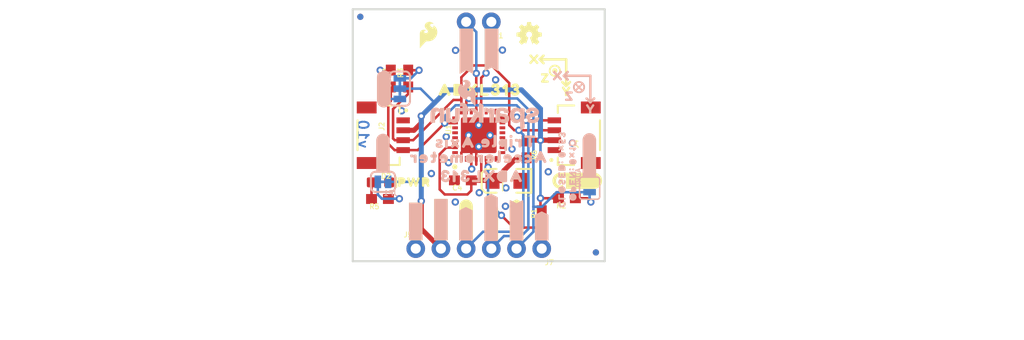
<source format=kicad_pcb>
(kicad_pcb (version 20211014) (generator pcbnew)
  (layers (0 "F.Cu" signal) (31 "B.Cu" signal) (34 "B.Paste" user) (35 "F.Paste" user) (36 "B.SilkS" user "B.Silkscreen") (37 "F.SilkS" user "F.Silkscreen") (38 "B.Mask" user) (39 "F.Mask" user) (44 "Edge.Cuts" user))
  (net 0 "")
  (net 1 "3.3V")
  (net 2 "GND")
  (net 3 "SCL")
  (net 4 "SDA")
  (net 5 "INT2")
  (net 6 "INT1")
  (net 7 "N$1")
  (net 8 "N$2")
  (net 9 "~{CS}")
  (net 10 "SDO/ADR")
  (net 11 "N$6")
  (net 12 "N$8")
  (net 13 "N$3")
  (footprint "boardEagle:#SDA#0" (layer "F.Cu") (at 147.2311 115.9256 90)
    (fp_text reference "U$9" hide)
    (fp_text value "" hide)
  )
  (footprint "boardEagle:0603" (layer "F.Cu") (at 141.3891 99.2886 90)
    (fp_text reference "R3" (at 0 -0.762 90) (layer "F.SilkS") (effects (font (size 0.512064 0.512064) (thickness 0.097536)) (justify left)))
    (fp_text value "4.7k")
    (pad "1" smd rect (at -0.85 0 90) (size 1.1 1) (layers "F.Cu" "F.Paste" "F.Mask") (net 4 "SDA"))
    (pad "2" smd rect (at 0.85 0 90) (size 1.1 1) (layers "F.Cu" "F.Paste" "F.Mask") (net 7 "N$1"))
  )
  (footprint "boardEagle:JST04_1MM_RA" (layer "F.Cu") (at 140.8811 105.0036 -90)
    (fp_text reference "J2" (at -1.397 2.159 90) (layer "F.SilkS") (effects (font (size 0.512064 0.512064) (thickness 0.097536)) (justify right)))
    (fp_text value "QWIIC_RA")
    (pad "1" smd rect (at -1.5 0 270) (size 0.6 1.35) (layers "F.Cu" "F.Paste" "F.Mask") (net 2 "GND"))
    (pad "2" smd rect (at -0.5 0 270) (size 0.6 1.35) (layers "F.Cu" "F.Paste" "F.Mask") (net 1 "3.3V"))
    (pad "3" smd rect (at 0.5 0 270) (size 0.6 1.35) (layers "F.Cu" "F.Paste" "F.Mask") (net 4 "SDA"))
    (pad "4" smd rect (at 1.5 0 270) (size 0.6 1.35) (layers "F.Cu" "F.Paste" "F.Mask") (net 3 "SCL"))
    (pad "NC1" smd rect (at 2.8 3.675 270) (size 1.2 2) (layers "F.Cu" "F.Paste" "F.Mask"))
    (pad "NC2" smd rect (at -2.8 3.675 270) (size 1.2 2) (layers "F.Cu" "F.Paste" "F.Mask"))
  )
  (footprint "boardEagle:STAND-OFF" (layer "F.Cu") (at 158.6611 115.1636)
    (fp_text reference "JP9" hide)
    (fp_text value "STAND-OFF" hide)
    (pad "" np_thru_hole circle (at 0 0) (size 3.302 3.302) (drill 3.302) (layers *.Cu *.Mask))
  )
  (footprint "boardEagle:PWR0" (layer "F.Cu") (at 141.9987 109.728)
    (fp_text reference "U$25" hide)
    (fp_text value "" hide)
  )
  (footprint "boardEagle:#ADR#0" (layer "F.Cu") (at 152.3111 115.951 90)
    (fp_text reference "U$28" hide)
    (fp_text value "" hide)
  )
  (footprint "boardEagle:QWIIC_5MM" (layer "F.Cu") (at 158.4071 109.5756)
    (fp_text reference "LOGO4" hide)
    (fp_text value "QWIIC_LOGO_5MM" hide)
  )
  (footprint "boardEagle:LED-0603" (layer "F.Cu") (at 138.5951 109.7534)
    (fp_text reference "D2" (at 0 -0.635) (layer "F.SilkS") (effects (font (size 0.512064 0.512064) (thickness 0.097536)) (justify left)))
    (fp_text value "RED")
    (pad "A" smd roundrect (at -0.877 0 270) (size 1 1) (layers "F.Cu" "F.Paste" "F.Mask") (roundrect_rratio 0.15) (net 11 "N$6"))
    (pad "C" smd roundrect (at 0.877 0 270) (size 1 1) (layers "F.Cu" "F.Paste" "F.Mask") (roundrect_rratio 0.15) (net 2 "GND"))
  )
  (footprint "boardEagle:0603" (layer "F.Cu") (at 146.9009 109.5502 180)
    (fp_text reference "C4" (at 0 -0.762) (layer "F.SilkS") (effects (font (size 0.512064 0.512064) (thickness 0.097536)) (justify right)))
    (fp_text value "0.1uF")
    (pad "1" smd rect (at -0.85 0 180) (size 1.1 1) (layers "F.Cu" "F.Paste" "F.Mask") (net 13 "N$3"))
    (pad "2" smd rect (at 0.85 0 180) (size 1.1 1) (layers "F.Cu" "F.Paste" "F.Mask") (net 2 "GND"))
  )
  (footprint "boardEagle:LFCSP" (layer "F.Cu") (at 148.5011 105.0036 90)
    (fp_text reference "U1" (at 0 -3.048 90) (layer "F.SilkS") (effects (font (size 0.512064 0.512064) (thickness 0.097536)) (justify left)))
    (fp_text value "ADXL313")
    (pad "1" smd rect (at -2.385121 -1.75) (size 0.3 0.57) (layers "F.Cu" "F.Mask") (net 2 "GND"))
    (pad "2" smd rect (at -2.385121 -1.25) (size 0.3 0.57) (layers "F.Cu" "F.Mask"))
    (pad "3" smd rect (at -2.385121 -0.75) (size 0.3 0.57) (layers "F.Cu" "F.Mask") (net 2 "GND"))
    (pad "4" smd rect (at -2.385121 -0.25) (size 0.3 0.57) (layers "F.Cu" "F.Mask") (net 2 "GND"))
    (pad "5" smd rect (at -2.385121 0.25) (size 0.3 0.57) (layers "F.Cu" "F.Mask") (net 13 "N$3"))
    (pad "6" smd rect (at -2.385121 0.75) (size 0.3 0.57) (layers "F.Cu" "F.Mask") (net 9 "~{CS}"))
    (pad "7" smd rect (at -2.385121 1.25) (size 0.3 0.57) (layers "F.Cu" "F.Mask"))
    (pad "8" smd rect (at -2.385121 1.75) (size 0.3 0.57) (layers "F.Cu" "F.Mask"))
    (pad "9" smd rect (at -1.75 2.385118 90) (size 0.3 0.57) (layers "F.Cu" "F.Mask"))
    (pad "10" smd rect (at -1.25 2.385118 270) (size 0.3 0.57) (layers "F.Cu" "F.Mask"))
    (pad "11" smd rect (at -0.75 2.385118 270) (size 0.3 0.57) (layers "F.Cu" "F.Mask"))
    (pad "12" smd rect (at -0.25 2.385118 270) (size 0.3 0.57) (layers "F.Cu" "F.Mask"))
    (pad "13" smd rect (at 0.25 2.385118 270) (size 0.3 0.57) (layers "F.Cu" "F.Mask"))
    (pad "14" smd rect (at 0.75 2.385118 90) (size 0.3 0.57) (layers "F.Cu" "F.Mask"))
    (pad "15" smd rect (at 1.25 2.385118 90) (size 0.3 0.57) (layers "F.Cu" "F.Mask"))
    (pad "16" smd rect (at 1.75 2.385118 90) (size 0.3 0.57) (layers "F.Cu" "F.Mask"))
    (pad "17" smd rect (at 2.385121 1.75) (size 0.3 0.57) (layers "F.Cu" "F.Mask"))
    (pad "18" smd rect (at 2.385121 1.25) (size 0.3 0.57) (layers "F.Cu" "F.Mask"))
    (pad "19" smd rect (at 2.385121 0.75) (size 0.3 0.57) (layers "F.Cu" "F.Mask"))
    (pad "20" smd rect (at 2.385121 0.25) (size 0.3 0.57) (layers "F.Cu" "F.Mask") (net 6 "INT1"))
    (pad "21" smd rect (at 2.385121 -0.25) (size 0.3 0.57) (layers "F.Cu" "F.Mask") (net 5 "INT2"))
    (pad "22" smd rect (at 2.385121 -0.75) (size 0.3 0.57) (layers "F.Cu" "F.Mask"))
    (pad "23" smd rect (at 2.385121 -1.25) (size 0.3 0.57) (layers "F.Cu" "F.Mask") (net 10 "SDO/ADR"))
    (pad "24" smd rect (at 2.385121 -1.75) (size 0.3 0.57) (layers "F.Cu" "F.Mask") (net 4 "SDA"))
    (pad "25" smd rect (at 1.75 -2.385118 270) (size 0.3 0.57) (layers "F.Cu" "F.Mask"))
    (pad "26" smd rect (at 1.25 -2.385118 270) (size 0.3 0.57) (layers "F.Cu" "F.Mask") (net 3 "SCL"))
    (pad "27" smd rect (at 0.75 -2.385118 270) (size 0.3 0.57) (layers "F.Cu" "F.Mask"))
    (pad "28" smd rect (at 0.25 -2.385118 270) (size 0.3 0.57) (layers "F.Cu" "F.Mask"))
    (pad "29" smd rect (at -0.25 -2.385118 270) (size 0.3 0.57) (layers "F.Cu" "F.Mask"))
    (pad "30" smd rect (at -0.75 -2.385118 270) (size 0.3 0.57) (layers "F.Cu" "F.Mask"))
    (pad "31" smd rect (at -1.25 -2.385118 270) (size 0.3 0.57) (layers "F.Cu" "F.Mask") (net 13 "N$3"))
    (pad "32" smd rect (at -1.75 -2.385118 270) (size 0.3 0.57) (layers "F.Cu" "F.Mask"))
    (pad "EPAD" smd roundrect (at 0 0 90) (size 3.6 3.6) (layers "F.Cu" "F.Mask") (roundrect_rratio 0.05) (net 2 "GND"))
  )
  (footprint "boardEagle:MICRO-FIDUCIAL" (layer "F.Cu") (at 160.3121 116.8146)
    (fp_text reference "JP2" hide)
    (fp_text value "FIDUCIALUFIDUCIAL" hide)
    (pad "1" smd roundrect (at 0 0) (size 0.635 0.635) (layers "F.Cu" "F.Mask") (roundrect_rratio 0.5))
  )
  (footprint "boardEagle:0603" (layer "F.Cu") (at 154.8511 113.4618 90)
    (fp_text reference "R1" (at 0 -0.762 90) (layer "F.SilkS") (effects (font (size 0.512064 0.512064) (thickness 0.097536)) (justify left)))
    (fp_text value "10k")
    (pad "1" smd rect (at -0.85 0 90) (size 1.1 1) (layers "F.Cu" "F.Paste" "F.Mask") (net 9 "~{CS}"))
    (pad "2" smd rect (at 0.85 0 90) (size 1.1 1) (layers "F.Cu" "F.Paste" "F.Mask") (net 1 "3.3V"))
  )
  (footprint "boardEagle:Y0" (layer "F.Cu") (at 157.3911 100.584)
    (fp_text reference "U$29" hide)
    (fp_text value "" hide)
  )
  (footprint "boardEagle:0603" (layer "F.Cu") (at 138.5443 111.4298 180)
    (fp_text reference "R5" (at 0 -0.762) (layer "F.SilkS") (effects (font (size 0.512064 0.512064) (thickness 0.097536)) (justify right)))
    (fp_text value "1k")
    (pad "1" smd rect (at -0.85 0 180) (size 1.1 1) (layers "F.Cu" "F.Paste" "F.Mask") (net 12 "N$8"))
    (pad "2" smd rect (at 0.85 0 180) (size 1.1 1) (layers "F.Cu" "F.Paste" "F.Mask") (net 11 "N$6"))
  )
  (footprint "boardEagle:OSHW-LOGO-MINI" (layer "F.Cu") (at 153.5811 94.8436)
    (fp_text reference "LOGO1" hide)
    (fp_text value "OSHW-LOGOMINI" hide)
  )
  (footprint "boardEagle:#SCL#0" (layer "F.Cu") (at 149.7711 115.9256 90)
    (fp_text reference "U$11" hide)
    (fp_text value "" hide)
  )
  (footprint "boardEagle:SFE_LOGO_FLAME_.1" (layer "F.Cu") (at 143.4211 94.8436)
    (fp_text reference "LOGO3" hide)
    (fp_text value "SFE_LOGO_FLAME.1_INCH" hide)
  )
  (footprint "boardEagle:STAND-OFF" (layer "F.Cu") (at 158.6611 94.8436)
    (fp_text reference "JP4" hide)
    (fp_text value "STAND-OFF" hide)
    (pad "" np_thru_hole circle (at 0 0) (size 3.302 3.302) (drill 3.302) (layers *.Cu *.Mask))
  )
  (footprint "boardEagle:X0" (layer "F.Cu") (at 154.1399 97.3582)
    (fp_text reference "U$21" hide)
    (fp_text value "" hide)
  )
  (footprint "boardEagle:JST04_1MM_RA" (layer "F.Cu") (at 156.1211 105.0036 90)
    (fp_text reference "J4" (at -1.397 2.159 90) (layer "F.SilkS") (effects (font (size 0.512064 0.512064) (thickness 0.097536)) (justify left)))
    (fp_text value "QWIIC_RA")
    (pad "1" smd rect (at -1.5 0 90) (size 0.6 1.35) (layers "F.Cu" "F.Paste" "F.Mask") (net 2 "GND"))
    (pad "2" smd rect (at -0.5 0 90) (size 0.6 1.35) (layers "F.Cu" "F.Paste" "F.Mask") (net 1 "3.3V"))
    (pad "3" smd rect (at 0.5 0 90) (size 0.6 1.35) (layers "F.Cu" "F.Paste" "F.Mask") (net 4 "SDA"))
    (pad "4" smd rect (at 1.5 0 90) (size 0.6 1.35) (layers "F.Cu" "F.Paste" "F.Mask") (net 3 "SCL"))
    (pad "NC1" smd rect (at 2.8 3.675 90) (size 1.2 2) (layers "F.Cu" "F.Paste" "F.Mask"))
    (pad "NC2" smd rect (at -2.8 3.675 90) (size 1.2 2) (layers "F.Cu" "F.Paste" "F.Mask"))
  )
  (footprint "boardEagle:1X04_NO_SILK" (layer "F.Cu") (at 142.1511 116.4336)
    (fp_text reference "J5" (at -1.27 -1.397) (layer "F.SilkS") (effects (font (size 0.512064 0.512064) (thickness 0.097536)) (justify left)))
    (fp_text value "")
    (pad "1" thru_hole circle (at 0 0 90) (size 1.8796 1.8796) (drill 1.016) (layers *.Cu *.Mask) (net 2 "GND"))
    (pad "2" thru_hole circle (at 2.54 0 90) (size 1.8796 1.8796) (drill 1.016) (layers *.Cu *.Mask) (net 1 "3.3V"))
    (pad "3" thru_hole circle (at 5.08 0 90) (size 1.8796 1.8796) (drill 1.016) (layers *.Cu *.Mask) (net 4 "SDA"))
    (pad "4" thru_hole circle (at 7.62 0 90) (size 1.8796 1.8796) (drill 1.016) (layers *.Cu *.Mask) (net 3 "SCL"))
  )
  (footprint "boardEagle:#GND#0" (layer "F.Cu") (at 142.1511 115.9256 90)
    (fp_text reference "U$5" hide)
    (fp_text value "" hide)
  )
  (footprint "boardEagle:0603" (layer "F.Cu") (at 139.6365 99.2886 90)
    (fp_text reference "R4" (at 0 -0.762 90) (layer "F.SilkS") (effects (font (size 0.512064 0.512064) (thickness 0.097536)) (justify left)))
    (fp_text value "4.7k")
    (pad "1" smd rect (at -0.85 0 90) (size 1.1 1) (layers "F.Cu" "F.Paste" "F.Mask") (net 3 "SCL"))
    (pad "2" smd rect (at 0.85 0 90) (size 1.1 1) (layers "F.Cu" "F.Paste" "F.Mask") (net 8 "N$2"))
  )
  (footprint "boardEagle:#3#3V#0" (layer "F.Cu") (at 144.6911 115.9256 90)
    (fp_text reference "U$7" hide)
    (fp_text value "" hide)
  )
  (footprint "boardEagle:Z0" (layer "F.Cu") (at 155.2321 99.2378)
    (fp_text reference "U$32" hide)
    (fp_text value "" hide)
  )
  (footprint "boardEagle:MICRO-FIDUCIAL" (layer "F.Cu") (at 136.5631 93.0656)
    (fp_text reference "JP6" hide)
    (fp_text value "FIDUCIALUFIDUCIAL" hide)
    (pad "1" smd roundrect (at 0 0) (size 0.635 0.635) (layers "F.Cu" "F.Mask") (roundrect_rratio 0.5))
  )
  (footprint "boardEagle:STAND-OFF" (layer "F.Cu") (at 138.3411 94.8436)
    (fp_text reference "JP3" hide)
    (fp_text value "STAND-OFF" hide)
    (pad "" np_thru_hole circle (at 0 0) (size 3.302 3.302) (drill 3.302) (layers *.Cu *.Mask))
  )
  (footprint "boardEagle:CREATIVE_COMMONS" (layer "F.Cu") (at 120.5611 125.3236)
    (fp_text reference "FRAME1" hide)
    (fp_text value "FRAME-LETTER" hide)
  )
  (footprint "boardEagle:0603" (layer "F.Cu") (at 153.3271 106.426 -90)
    (fp_text reference "R6" (at 0 -0.762 90) (layer "F.SilkS") (effects (font (size 0.512064 0.512064) (thickness 0.097536)) (justify right)))
    (fp_text value "0")
    (pad "1" smd rect (at -0.85 0 270) (size 1.1 1) (layers "F.Cu" "F.Paste" "F.Mask") (net 1 "3.3V"))
    (pad "2" smd rect (at 0.85 0 270) (size 1.1 1) (layers "F.Cu" "F.Paste" "F.Mask") (net 13 "N$3"))
  )
  (footprint "boardEagle:#INT2#0" (layer "F.Cu") (at 147.2565 93.9292 90)
    (fp_text reference "U$13" hide)
    (fp_text value "" hide)
  )
  (footprint "boardEagle:1X02_NO_SILK" (layer "F.Cu") (at 149.7711 93.5736 180)
    (fp_text reference "J1" (at -1.27 -1.397) (layer "F.SilkS") (effects (font (size 0.512064 0.512064) (thickness 0.097536)) (justify right)))
    (fp_text value "")
    (pad "1" thru_hole circle (at 0 0 270) (size 1.8796 1.8796) (drill 1.016) (layers *.Cu *.Mask) (net 6 "INT1"))
    (pad "2" thru_hole circle (at 2.54 0 270) (size 1.8796 1.8796) (drill 1.016) (layers *.Cu *.Mask) (net 5 "INT2"))
  )
  (footprint "boardEagle:STAND-OFF" (layer "F.Cu") (at 138.3411 115.1636)
    (fp_text reference "JP8" hide)
    (fp_text value "STAND-OFF" hide)
    (pad "" np_thru_hole circle (at 0 0) (size 3.302 3.302) (drill 3.302) (layers *.Cu *.Mask))
  )
  (footprint "boardEagle:ADXL3130" (layer "F.Cu") (at 148.6281 100.4316)
    (fp_text reference "U$19" hide)
    (fp_text value "" hide)
  )
  (footprint "boardEagle:1X02_NO_SILK" (layer "F.Cu") (at 154.8511 116.4336 180)
    (fp_text reference "J7" (at -1.27 -1.397) (layer "F.SilkS") (effects (font (size 0.512064 0.512064) (thickness 0.097536)) (justify right)))
    (fp_text value "")
    (pad "1" thru_hole circle (at 0 0 270) (size 1.8796 1.8796) (drill 1.016) (layers *.Cu *.Mask) (net 9 "~{CS}"))
    (pad "2" thru_hole circle (at 2.54 0 270) (size 1.8796 1.8796) (drill 1.016) (layers *.Cu *.Mask) (net 10 "SDO/ADR"))
  )
  (footprint "boardEagle:EIA3216" (layer "F.Cu") (at 151.2951 109.601 180)
    (fp_text reference "C2" (at -2.54 -1.381) (layer "F.SilkS") (effects (font (size 0.376489 0.376489) (thickness 0.029911)) (justify right)))
    (fp_text value "10uF")
    (pad "A" smd rect (at 1.4 0 270) (size 1.6 1.4) (layers "F.Cu" "F.Paste" "F.Mask") (net 13 "N$3"))
    (pad "C" smd rect (at -1.4 0 270) (size 1.6 1.4) (layers "F.Cu" "F.Paste" "F.Mask") (net 2 "GND"))
  )
  (footprint "boardEagle:#INT1#0" (layer "F.Cu") (at 149.7965 93.9292 90)
    (fp_text reference "U$15" hide)
    (fp_text value "" hide)
  )
  (footprint "boardEagle:0603" (layer "F.Cu") (at 157.3911 111.3536 180)
    (fp_text reference "R2" (at 0 -0.762) (layer "F.SilkS") (effects (font (size 0.512064 0.512064) (thickness 0.097536)) (justify right)))
    (fp_text value "10k")
    (pad "1" smd rect (at -0.85 0 180) (size 1.1 1) (layers "F.Cu" "F.Paste" "F.Mask") (net 10 "SDO/ADR"))
    (pad "2" smd rect (at 0.85 0 180) (size 1.1 1) (layers "F.Cu" "F.Paste" "F.Mask") (net 1 "3.3V"))
  )
  (footprint "boardEagle:#SCLK#0" (layer "B.Cu") (at 149.7457 116.0018 90)
    (fp_text reference "U$20" hide)
    (fp_text value "" hide)
  )
  (footprint "boardEagle:#INT2#0" (layer "B.Cu") (at 147.2565 93.9292 90)
    (fp_text reference "U$14" hide)
    (fp_text value "" hide)
  )
  (footprint "boardEagle:SMT-JUMPER_2_NO_SILK" (layer "B.Cu") (at 159.6771 110.3376 -90)
    (fp_text reference "ADR0" (at 0 1.143 -270) (layer "B.SilkS") (effects (font (size 0.512064 0.512064) (thickness 0.097536)) (justify right mirror)))
    (fp_text value "")
    (pad "1" smd rect (at -0.4064 0 270) (size 0.635 1.27) (layers "B.Cu" "B.Mask") (net 2 "GND"))
    (pad "2" smd rect (at 0.4064 0 270) (size 0.635 1.27) (layers "B.Cu" "B.Mask") (net 10 "SDO/ADR"))
  )
  (footprint "boardEagle:#INT1#0" (layer "B.Cu") (at 149.7965 93.9292 90)
    (fp_text reference "U$16" hide)
    (fp_text value "" hide)
  )
  (footprint "boardEagle:#GND#0" (layer "B.Cu") (at 142.1511 115.9256 90)
    (fp_text reference "U$6" hide)
    (fp_text value "" hide)
  )
  (footprint "boardEagle:MICRO-FIDUCIAL" (layer "B.Cu") (at 160.3121 116.8146 180)
    (fp_text reference "JP11" hide)
    (fp_text value "FIDUCIALUFIDUCIAL" hide)
    (pad "1" smd roundrect (at 0 0 180) (size 0.635 0.635) (layers "B.Cu" "B.Mask") (roundrect_rratio 0.5))
  )
  (footprint "boardEagle:SMT-JUMPER_3_2-NC_TRACE_SILK" (layer "B.Cu") (at 140.5509 100.3046 -90)
    (fp_text reference "I2C0" (at 0 1.143 -270) (layer "B.SilkS") (effects (font (size 0.512064 0.512064) (thickness 0.097536)) (justify right mirror)))
    (fp_text value "")
    (fp_poly (pts (xy 0.7112 -0.13335) (xy -0.7112 -0.13335) (xy -0.7112 0.13335) (xy 0.7112 0.13335)) (layer "B.Cu") (width 0) (fill solid))
    (pad "1" smd rect (at -1.0414 0 270) (size 0.6604 1.27) (layers "B.Cu" "B.Mask") (net 7 "N$1"))
    (pad "2" smd rect (at 0 0 270) (size 0.6604 1.27) (layers "B.Cu" "B.Mask") (net 1 "3.3V"))
    (pad "3" smd rect (at 1.0414 0 270) (size 0.6604 1.27) (layers "B.Cu" "B.Mask") (net 8 "N$2"))
  )
  (footprint "boardEagle:SMT-JUMPER_2_NC_TRACE_SILK" (layer "B.Cu") (at 138.8491 109.7026)
    (fp_text reference "JP1" (at 0 1.143) (layer "B.SilkS") (effects (font (size 0.512064 0.512064) (thickness 0.097536)) (justify right mirror)))
    (fp_text value "LED")
    (fp_poly (pts (xy 0.1905 -0.13335) (xy -0.70485 -0.13335) (xy -0.70485 0.13335) (xy 0.1905 0.13335)) (layer "B.Cu") (width 0) (fill solid))
    (pad "1" smd rect (at -0.5207 0) (size 0.6604 1.27) (layers "B.Cu" "B.Mask") (net 12 "N$8"))
    (pad "2" smd rect (at 0.5207 0) (size 0.6604 1.27) (layers "B.Cu" "B.Mask") (net 1 "3.3V"))
  )
  (footprint "boardEagle:X0" (layer "B.Cu") (at 156.3497 99.0092 180)
    (fp_text reference "U$17" hide)
    (fp_text value "" hide)
  )
  (footprint "boardEagle:#_ADR#0" (layer "B.Cu") (at 159.6517 109.6264 90)
    (fp_text reference "U$12" hide)
    (fp_text value "" hide)
  )
  (footprint "boardEagle:AXIS0" (layer "B.Cu") (at 145.9865 105.6894 180)
    (fp_text reference "U$2" hide)
    (fp_text value "" hide)
  )
  (footprint "boardEagle:#3#3V#0" (layer "B.Cu") (at 144.6911 115.9256 90)
    (fp_text reference "U$8" hide)
    (fp_text value "" hide)
  )
  (footprint "boardEagle:SFE_LOGO_NAME_FLAME_.1" (layer "B.Cu") (at 149.0345 103.124 180)
    (fp_text reference "LOGO2" hide)
    (fp_text value "SFE_LOGO_NAME_FLAME.1_INCH" hide)
  )
  (footprint "boardEagle:#SDO#0" (layer "B.Cu") (at 152.3111 115.951 90)
    (fp_text reference "U$30" hide)
    (fp_text value "" hide)
  )
  (footprint "boardEagle:Z0" (layer "B.Cu") (at 157.5181 101.0666 180)
    (fp_text reference "U$31" hide)
    (fp_text value "" hide)
  )
  (footprint "boardEagle:MICRO-FIDUCIAL" (layer "B.Cu") (at 136.5631 93.0656 180)
    (fp_text reference "JP5" hide)
    (fp_text value "FIDUCIALUFIDUCIAL" hide)
    (pad "1" smd roundrect (at 0 0 180) (size 0.635 0.635) (layers "B.Cu" "B.Mask") (roundrect_rratio 0.5))
  )
  (footprint "boardEagle:#LED#0" (layer "B.Cu") (at 138.8491 109.0676 90)
    (fp_text reference "U$24" hide)
    (fp_text value "" hide)
  )
  (footprint "boardEagle:##CS##0" (layer "B.Cu") (at 154.8511 115.951 90)
    (fp_text reference "U$18" hide)
    (fp_text value "" hide)
  )
  (footprint "boardEagle:#SDI#0" (layer "B.Cu") (at 147.2057 115.951 90)
    (fp_text reference "U$10" hide)
    (fp_text value "" hide)
  )
  (footprint "boardEagle:Y0" (layer "B.Cu") (at 159.6517 102.362 180)
    (fp_text reference "U$26" hide)
    (fp_text value "" hide)
  )
  (footprint "boardEagle:ACCELEROMETER0" (layer "B.Cu") (at 148.3741 107.2134 180)
    (fp_text reference "U$3" hide)
    (fp_text value "" hide)
  )
  (footprint "boardEagle:TRIPLE0" (layer "B.Cu") (at 151.3967 105.6386 180)
    (fp_text reference "U$1" hide)
    (fp_text value "" hide)
  )
  (footprint "boardEagle:CLOSED#_0X530" (layer "B.Cu") (at 156.8831 108.4326 90)
    (fp_text reference "U$23" hide)
    (fp_text value "" hide)
  )
  (footprint "boardEagle:#I2C#0" (layer "B.Cu") (at 138.9253 98.4504 90)
    (fp_text reference "U$27" hide)
    (fp_text value "" hide)
  )
  (footprint "boardEagle:ADXL3130" (layer "B.Cu") (at 148.6789 109.1438 180)
    (fp_text reference "U$4" hide)
    (fp_text value "" hide)
  )
  (footprint "boardEagle:OPEN#_0X1D0" (layer "B.Cu") (at 157.9753 108.4834 90)
    (fp_text reference "U$22" hide)
    (fp_text value "" hide)
  )
  (gr_line (start 159.7533 101.6762) (end 160.1343 101.2952) (layer "B.SilkS") (width 0.254))
  (gr_line (start 159.7533 101.6762) (end 159.7533 99.0092) (layer "B.SilkS") (width 0.254))
  (gr_line (start 159.7533 101.6762) (end 159.3723 101.2952) (layer "B.SilkS") (width 0.254))
  (gr_line (start 158.2801 99.8474) (end 158.9151 100.4824) (layer "B.SilkS") (width 0.1778))
  (gr_circle (center 158.6103 100.1522) (end 159.133934 100.1522) (layer "B.SilkS") (width 0.1778) (fill none))
  (gr_line (start 157.0863 99.0092) (end 157.4673 99.3902) (layer "B.SilkS") (width 0.254))
  (gr_line (start 158.9151 99.8474) (end 158.2801 100.4824) (layer "B.SilkS") (width 0.1778))
  (gr_line (start 157.0863 99.0092) (end 159.7533 99.0092) (layer "B.SilkS") (width 0.254))
  (gr_line (start 157.0863 99.0092) (end 157.4673 98.6282) (layer "B.SilkS") (width 0.254))
  (gr_line (start 154.6479 97.3582) (end 155.0289 96.9772) (layer "F.SilkS") (width 0.254))
  (gr_line (start 154.6479 97.3582) (end 155.0289 97.7392) (layer "F.SilkS") (width 0.254))
  (gr_circle (center 156.1719 98.5012) (end 156.695534 98.5012) (layer "F.SilkS") (width 0.1778) (fill none))
  (gr_line (start 157.3149 100.0252) (end 157.6959 99.6442) (layer "F.SilkS") (width 0.254))
  (gr_line (start 154.6479 97.3582) (end 157.3149 97.3582) (layer "F.SilkS") (width 0.254))
  (gr_line (start 157.3149 100.0252) (end 157.3149 97.3582) (layer "F.SilkS") (width 0.254))
  (gr_circle (center 156.1719 98.5012) (end 156.2989 98.5012) (layer "F.SilkS") (width 0.254) (fill none))
  (gr_line (start 157.3149 100.0252) (end 156.9339 99.6442) (layer "F.SilkS") (width 0.254))
  (gr_line (start 135.8011 92.3036) (end 161.2011 92.3036) (layer "Edge.Cuts") (width 0.2032))
  (gr_line (start 161.2011 117.7036) (end 135.8011 117.7036) (layer "Edge.Cuts") (width 0.2032))
  (gr_line (start 161.2011 92.3036) (end 161.2011 117.7036) (layer "Edge.Cuts") (width 0.2032))
  (gr_line (start 135.8011 117.7036) (end 135.8011 92.3036) (layer "Edge.Cuts") (width 0.2032))
  (gr_text "v10" (at 136.8171 104.8766 -90) (layer "B.Cu") (effects (font (size 1.0795 1.0795) (thickness 0.1905)) (justify mirror)))
  (segment (start 141.9733 104.5036) (end 140.8811 104.5036) (width 0.508) (layer "F.Cu") (net 1))
  (segment (start 153.3995 105.5036) (end 154.7321 105.5036) (width 0.508) (layer "F.Cu") (net 1))
  (segment (start 154.8511 112.6118) (end 154.7241 112.4848) (width 0.254) (layer "F.Cu") (net 1))
  (segment (start 153.3271 105.576) (end 153.3995 105.5036) (width 0.508) (layer "F.Cu") (net 1))
  (segment (start 142.7099 103.0732) (end 142.7099 103.767) (width 0.508) (layer "F.Cu") (net 1))
  (segment (start 154.7241 112.4848) (end 154.7241 111.3536) (width 0.254) (layer "F.Cu") (net 1))
  (segment (start 142.7099 103.767) (end 141.9733 104.5036) (width 0.508) (layer "F.Cu") (net 1))
  (segment (start 156.1211 105.5036) (end 154.7321 105.5036) (width 0.508) (layer "F.Cu") (net 1))
  (segment (start 154.7241 111.3536) (end 156.5411 111.3536) (width 0.254) (layer "F.Cu") (net 1))
  (segment (start 144.6911 116.4336) (end 142.7099 114.4524) (width 0.508) (layer "F.Cu") (net 1))
  (segment (start 142.7099 114.4524) (end 142.7099 111.633) (width 0.508) (layer "F.Cu") (net 1))
  (segment (start 154.7321 105.5036) (end 154.7241 105.5116) (width 0.508) (layer "F.Cu") (net 1))
  (via (at 154.7241 111.3536) (size 0.7366) (drill 0.381) (layers "F.Cu" "B.Cu") (net 1))
  (via (at 154.7241 105.5116) (size 0.7366) (drill 0.381) (layers "F.Cu" "B.Cu") (net 1))
  (via (at 142.7099 103.0732) (size 0.7366) (drill 0.381) (layers "F.Cu" "B.Cu") (net 1))
  (via (at 142.7099 111.633) (size 0.7366) (drill 0.381) (layers "F.Cu" "B.Cu") (net 1))
  (segment (start 154.7241 102.3366) (end 152.8191 100.4316) (width 0.508) (layer "B.Cu") (net 1))
  (segment (start 152.8191 100.4316) (end 145.3515 100.4316) (width 0.508) (layer "B.Cu") (net 1))
  (segment (start 154.7241 105.5116) (end 154.7241 111.3536) (width 0.254) (layer "B.Cu") (net 1))
  (segment (start 142.7099 109.6518) (end 142.7099 111.633) (width 0.508) (layer "B.Cu") (net 1))
  (segment (start 142.7099 109.6518) (end 142.6591 109.7026) (width 0.254) (layer "B.Cu") (net 1))
  (segment (start 144.0561 101.727) (end 142.7099 103.0732) (width 0.508) (layer "B.Cu") (net 1))
  (segment (start 139.3698 109.7026) (end 142.6591 109.7026) (width 0.254) (layer "B.Cu") (net 1))
  (segment (start 142.6337 100.3046) (end 144.0561 101.727) (width 0.254) (layer "B.Cu") (net 1))
  (segment (start 145.3515 100.4316) (end 144.0561 101.727) (width 0.508) (layer "B.Cu") (net 1))
  (segment (start 142.7099 103.0732) (end 142.7099 109.6518) (width 0.508) (layer "B.Cu") (net 1))
  (segment (start 154.7241 105.5116) (end 154.7241 102.3366) (width 0.508) (layer "B.Cu") (net 1))
  (segment (start 140.5509 100.3046) (end 142.6337 100.3046) (width 0.254) (layer "B.Cu") (net 1))
  (segment (start 147.7511 108.0396) (end 147.7391 108.0516) (width 0.254) (layer "F.Cu") (net 2))
  (segment (start 147.5867 106.3498) (end 147.7511 106.5142) (width 0.254) (layer "F.Cu") (net 2))
  (segment (start 147.7511 107.388722) (end 147.7511 108.0396) (width 0.254) (layer "F.Cu") (net 2))
  (segment (start 147.7511 107.388722) (end 147.7511 106.5142) (width 0.254) (layer "F.Cu") (net 2))
  (segment (start 148.2511 106.3966) (end 148.5011 106.1466) (width 0.254) (layer "F.Cu") (net 2))
  (segment (start 148.2511 107.388722) (end 148.2511 106.3966) (width 0.254) (layer "F.Cu") (net 2))
  (segment (start 148.2511 107.388722) (end 148.2511 107.9714) (width 0.254) (layer "F.Cu") (net 2))
  (segment (start 146.7511 107.388722) (end 146.7511 106.7536) (width 0.254) (layer "F.Cu") (net 2))
  (segment (start 146.7511 106.7536) (end 146.9263 106.5784) (width 0.254) (layer "F.Cu") (net 2))
  (via (at 150.8887 96.4184) (size 0.7366) (drill 0.381) (layers "F.Cu" "B.Cu") (net 2))
  (via (at 143.7259 108.8644) (size 0.7366) (drill 0.381) (layers "F.Cu" "B.Cu") (net 2))
  (via (at 148.5519 110.7948) (size 0.7366) (drill 0.381) (layers "F.Cu" "B.Cu") (net 2))
  (via (at 151.2443 110.3122) (size 0.7366) (drill 0.381) (layers "F.Cu" "B.Cu") (net 2))
  (via (at 151.8539 106.4006) (size 0.7366) (drill 0.381) (layers "F.Cu" "B.Cu") (net 2))
  (via (at 147.4851 105.0036) (size 0.7366) (drill 0.381) (layers "F.Cu" "B.Cu") (net 2))
  (via (at 149.6441 105.0036) (size 0.7366) (drill 0.381) (layers "F.Cu" "B.Cu") (net 2))
  (via (at 148.5011 106.1466) (size 0.7366) (drill 0.381) (layers "F.Cu" "B.Cu") (net 2))
  (via (at 157.9499 105.791) (size 0.7366) (drill 0.381) (layers "F.Cu" "B.Cu") (net 2))
  (via (at 140.7287 102.5398) (size 0.7366) (drill 0.381) (layers "F.Cu" "B.Cu") (net 2))
  (via (at 145.2245 105.156) (size 0.7366) (drill 0.381) (layers "F.Cu" "B.Cu") (net 2))
  (via (at 150.2029 99.4156) (size 0.7366) (drill 0.381) (layers "F.Cu" "B.Cu") (net 2))
  (via (at 146.1389 111.7346) (size 0.7366) (drill 0.381) (layers "F.Cu" "B.Cu") (net 2))
  (via (at 145.4531 107.7722) (size 0.7366) (drill 0.381) (layers "F.Cu" "B.Cu") (net 2))
  (via (at 147.7899 108.4072) (size 0.7366) (drill 0.381) (layers "F.Cu" "B.Cu") (net 2))
  (via (at 146.1643 96.4438) (size 0.7366) (drill 0.381) (layers "F.Cu" "B.Cu") (net 2))
  (via (at 148.5011 103.9876) (size 0.7366) (drill 0.381) (layers "F.Cu" "B.Cu") (net 2))
  (via (at 151.1935 112.1664) (size 0.7366) (drill 0.381) (layers "F.Cu" "B.Cu") (net 2))
  (via (at 152.3365 103.1748) (size 0.7366) (drill 0.381) (layers "F.Cu" "B.Cu") (net 2))
  (via (at 155.5115 108.6866) (size 0.7366) (drill 0.381) (layers "F.Cu" "B.Cu") (net 2))
  (segment (start 140.0189 106.5036) (end 139.3825 105.8672) (width 0.254) (layer "F.Cu") (net 3))
  (segment (start 139.3825 101.8032) (end 139.6365 101.5492) (width 0.254) (layer "F.Cu") (net 3))
  (segment (start 139.6365 101.5492) (end 139.6365 100.1386) (width 0.254) (layer "F.Cu") (net 3))
  (segment (start 140.8811 106.5036) (end 142.3529 106.5036) (width 0.254) (layer "F.Cu") (net 3))
  (segment (start 153.2509 103.505) (end 156.1197 103.505) (width 0.254) (layer "F.Cu") (net 3))
  (segment (start 139.3825 105.8672) (end 139.3825 101.8032) (width 0.254) (layer "F.Cu") (net 3))
  (segment (start 140.8811 106.5036) (end 140.0189 106.5036) (width 0.254) (layer "F.Cu") (net 3))
  (segment (start 146.115981 103.7536) (end 146.085181 103.7844) (width 0.254) (layer "F.Cu") (net 3))
  (segment (start 142.3529 106.5036) (end 145.0721 103.7844) (width 0.254) (layer "F.Cu") (net 3))
  (segment (start 156.1197 103.505) (end 156.1211 103.5036) (width 0.254) (layer "F.Cu") (net 3))
  (segment (start 146.085181 103.7844) (end 145.0721 103.7844) (width 0.254) (layer "F.Cu") (net 3))
  (via (at 145.0721 103.7844) (size 0.7366) (drill 0.381) (layers "F.Cu" "B.Cu") (net 3))
  (via (at 153.2509 103.505) (size 0.7366) (drill 0.381) (layers "F.Cu" "B.Cu") (net 3))
  (segment (start 152.3111 101.981) (end 153.2509 102.9208) (width 0.254) (layer "B.Cu") (net 3))
  (segment (start 145.0721 103.7844) (end 145.0721 103.0732) (width 0.254) (layer "B.Cu") (net 3))
  (segment (start 145.0721 103.0732) (end 146.1643 101.981) (width 0.254) (layer "B.Cu") (net 3))
  (segment (start 153.5049 103.759) (end 153.2509 103.505) (width 0.254) (layer "B.Cu") (net 3))
  (segment (start 146.1643 101.981) (end 152.3111 101.981) (width 0.254) (layer "B.Cu") (net 3))
  (segment (start 153.5049 103.759) (end 153.5049 114.4524) (width 0.254) (layer "B.Cu") (net 3))
  (segment (start 152.7937 115.1636) (end 153.5049 114.4524) (width 0.254) (layer "B.Cu") (net 3))
  (segment (start 149.7711 116.4336) (end 151.0411 115.1636) (width 0.254) (layer "B.Cu") (net 3))
  (segment (start 151.0411 115.1636) (end 152.7937 115.1636) (width 0.254) (layer "B.Cu") (net 3))
  (segment (start 153.2509 102.9208) (end 153.2509 103.505) (width 0.254) (layer "B.Cu") (net 3))
  (segment (start 140.887156 105.497544) (end 141.898456 105.497544) (width 0.254) (layer "F.Cu") (net 4))
  (segment (start 146.7511 101.4476) (end 146.7511 99.159) (width 0.254) (layer "F.Cu") (net 4))
  (segment (start 151.5745 99.7458) (end 149.7965 97.9678) (width 0.254) (layer "F.Cu") (net 4))
  (segment (start 139.8651 105.3338) (end 140.0349 105.5036) (width 0.254) (layer "F.Cu") (net 4))
  (segment (start 151.5745 103.9876) (end 151.5745 99.7458) (width 0.254) (layer "F.Cu") (net 4))
  (segment (start 139.8651 102.362) (end 139.8651 105.3338) (width 0.254) (layer "F.Cu") (net 4))
  (segment (start 145.9484 101.4476) (end 146.7511 101.4476) (width 0.254) (layer "F.Cu") (net 4))
  (segment (start 152.5397 104.5036) (end 152.0905 104.5036) (width 0.254) (layer "F.Cu") (net 4))
  (segment (start 156.1211 104.5036) (end 152.5397 104.5036) (width 0.254) (layer "F.Cu") (net 4))
  (segment (start 152.0905 104.5036) (end 151.5745 103.9876) (width 0.254) (layer "F.Cu") (net 4))
  (segment (start 140.8811 105.5036) (end 140.0349 105.5036) (width 0.254) (layer "F.Cu") (net 4))
  (segment (start 147.9423 97.9678) (end 146.7511 99.159) (width 0.254) (layer "F.Cu") (net 4))
  (segment (start 149.7965 97.9678) (end 147.9423 97.9678) (width 0.254) (layer "F.Cu") (net 4))
  (segment (start 141.898456 105.497544) (end 145.9484 101.4476) (width 0.254) (layer "F.Cu") (net 4))
  (segment (start 141.3891 100.1386) (end 141.3891 100.838) (width 0.254) (layer "F.Cu") (net 4))
  (segment (start 146.7511 102.618479) (end 146.7511 101.4476) (width 0.254) (layer "F.Cu") (net 4))
  (segment (start 141.3891 100.838) (end 139.8651 102.362) (width 0.254) (layer "F.Cu") (net 4))
  (segment (start 140.8811 105.5036) (end 140.887156 105.497544) (width 0.254) (layer "F.Cu") (net 4))
  (via (at 152.5397 104.5036) (size 0.7366) (drill 0.381) (layers "F.Cu" "B.Cu") (net 4))
  (segment (start 152.9969 104.9608) (end 152.5397 104.5036) (width 0.254) (layer "B.Cu") (net 4))
  (segment (start 148.9329 114.7318) (end 152.4635 114.7318) (width 0.254) (layer "B.Cu") (net 4))
  (segment (start 152.9969 114.1984) (end 152.9969 104.9608) (width 0.254) (layer "B.Cu") (net 4))
  (segment (start 147.2311 116.4336) (end 148.9329 114.7318) (width 0.254) (layer "B.Cu") (net 4))
  (segment (start 152.4635 114.7318) (end 152.9969 114.1984) (width 0.254) (layer "B.Cu") (net 4))
  (segment (start 148.2511 102.618479) (end 148.2511 98.764488) (width 0.254) (layer "F.Cu") (net 5))
  (segment (start 148.2511 98.764488) (end 148.253743 98.761844) (width 0.254) (layer "F.Cu") (net 5))
  (via (at 148.253743 98.761844) (size 0.7366) (drill 0.381) (layers "F.Cu" "B.Cu") (net 5))
  (segment (start 148.253743 94.596244) (end 147.2311 93.5736) (width 0.254) (layer "B.Cu") (net 5))
  (segment (start 148.253743 98.761844) (end 148.253743 94.596244) (width 0.254) (layer "B.Cu") (net 5))
  (segment (start 148.7511 99.2164) (end 149.2377 98.7298) (width 0.254) (layer "F.Cu") (net 6))
  (segment (start 148.7511 102.618479) (end 148.7511 99.2164) (width 0.254) (layer "F.Cu") (net 6))
  (via (at 149.2377 98.7298) (size 0.7366) (drill 0.381) (layers "F.Cu" "B.Cu") (net 6))
  (segment (start 149.7711 93.5736) (end 149.2377 94.107) (width 0.254) (layer "B.Cu") (net 6))
  (segment (start 149.2377 94.107) (end 149.2377 98.7298) (width 0.254) (layer "B.Cu") (net 6))
  (segment (start 142.4813 98.4504) (end 141.4009 98.4504) (width 0.254) (layer "F.Cu") (net 7))
  (segment (start 141.4009 98.4504) (end 141.3891 98.4386) (width 0.254) (layer "F.Cu") (net 7))
  (via (at 142.4813 98.4504) (size 0.7366) (drill 0.381) (layers "F.Cu" "B.Cu") (net 7))
  (segment (start 140.5509 99.2632) (end 141.6685 99.2632) (width 0.254) (layer "B.Cu") (net 7))
  (segment (start 141.6685 99.2632) (end 142.4813 98.4504) (width 0.254) (layer "B.Cu") (net 7))
  (segment (start 138.5697 98.4504) (end 138.5815 98.4386) (width 0.254) (layer "F.Cu") (net 8))
  (segment (start 138.5815 98.4386) (end 139.6365 98.4386) (width 0.254) (layer "F.Cu") (net 8))
  (via (at 138.5697 98.4504) (size 0.7366) (drill 0.381) (layers "F.Cu" "B.Cu") (net 8))
  (segment (start 139.3317 101.346) (end 138.5697 100.584) (width 0.254) (layer "B.Cu") (net 8))
  (segment (start 138.5697 100.584) (end 138.5697 98.4504) (width 0.254) (layer "B.Cu") (net 8))
  (segment (start 140.5509 101.346) (end 139.3317 101.346) (width 0.254) (layer "B.Cu") (net 8))
  (segment (start 150.7871 113.0808) (end 152.0181 114.3118) (width 0.254) (layer "F.Cu") (net 9))
  (segment (start 154.8511 116.4336) (end 154.8511 114.3118) (width 0.254) (layer "F.Cu") (net 9))
  (segment (start 152.0181 114.3118) (end 154.8511 114.3118) (width 0.254) (layer "F.Cu") (net 9))
  (segment (start 149.4409 108.2294) (end 149.2511 108.0396) (width 0.254) (layer "F.Cu") (net 9))
  (segment (start 149.2511 108.0396) (end 149.2511 107.388722) (width 0.254) (layer "F.Cu") (net 9))
  (via (at 149.4409 108.2294) (size 0.7366) (drill 0.381) (layers "F.Cu" "B.Cu") (net 9))
  (via (at 150.7871 113.0808) (size 0.7366) (drill 0.381) (layers "F.Cu" "B.Cu") (net 9))
  (segment (start 150.7871 113.0808) (end 149.4409 111.7346) (width 0.254) (layer "B.Cu") (net 9))
  (segment (start 149.4409 111.7346) (end 149.4409 108.2294) (width 0.254) (layer "B.Cu") (net 9))
  (segment (start 147.2511 102.618479) (end 147.2511 101.5546) (width 0.254) (layer "F.Cu") (net 10))
  (segment (start 158.2411 111.3536) (end 159.4231 111.3536) (width 0.254) (layer "F.Cu") (net 10))
  (segment (start 159.4231 111.3536) (end 159.8041 111.7346) (width 0.254) (layer "F.Cu") (net 10))
  (segment (start 147.2511 101.5546) (end 147.5105 101.2952) (width 0.254) (layer "F.Cu") (net 10))
  (via (at 159.8041 111.7346) (size 0.7366) (drill 0.381) (layers "F.Cu" "B.Cu") (net 10))
  (via (at 147.5105 101.2952) (size 0.7366) (drill 0.381) (layers "F.Cu" "B.Cu") (net 10))
  (segment (start 154.8765 112.2172) (end 154.0129 112.2172) (width 0.254) (layer "B.Cu") (net 10))
  (segment (start 159.6771 110.744) (end 156.3497 110.744) (width 0.254) (layer "B.Cu") (net 10))
  (segment (start 154.0129 114.7318) (end 152.3111 116.4336) (width 0.254) (layer "B.Cu") (net 10))
  (segment (start 156.3497 110.744) (end 154.8765 112.2172) (width 0.254) (layer "B.Cu") (net 10))
  (segment (start 159.6771 110.744) (end 159.6771 111.6076) (width 0.254) (layer "B.Cu") (net 10))
  (segment (start 154.0129 112.2172) (end 154.0129 114.7318) (width 0.254) (layer "B.Cu") (net 10))
  (segment (start 152.3873 101.2952) (end 154.0129 102.9208) (width 0.254) (layer "B.Cu") (net 10))
  (segment (start 159.8041 111.7346) (end 159.6771 111.6076) (width 0.254) (layer "B.Cu") (net 10))
  (segment (start 147.5105 101.2952) (end 152.3873 101.2952) (width 0.254) (layer "B.Cu") (net 10))
  (segment (start 154.0129 102.9208) (end 154.0129 112.2172) (width 0.254) (layer "B.Cu") (net 10))
  (segment (start 137.7181 109.7534) (end 137.6943 109.7772) (width 0.254) (layer "F.Cu") (net 11))
  (segment (start 137.6943 109.7772) (end 137.6943 111.4298) (width 0.254) (layer "F.Cu") (net 11))
  (segment (start 139.3943 111.4298) (end 139.4197 111.4044) (width 0.254) (layer "F.Cu") (net 12))
  (segment (start 139.4197 111.4044) (end 140.5001 111.4044) (width 0.254) (layer "F.Cu") (net 12))
  (via (at 140.5001 111.4044) (size 0.7366) (drill 0.381) (layers "F.Cu" "B.Cu") (net 12))
  (segment (start 138.3284 110.9853) (end 138.3284 109.7026) (width 0.254) (layer "B.Cu") (net 12))
  (segment (start 138.7475 111.4044) (end 138.3284 110.9853) (width 0.254) (layer "B.Cu") (net 12))
  (segment (start 140.5001 111.4044) (end 138.7475 111.4044) (width 0.254) (layer "B.Cu") (net 12))
  (segment (start 151.0411 108.5596) (end 151.0411 109.2962) (width 0.508) (layer "F.Cu") (net 13))
  (segment (start 144.5641 106.9086) (end 145.2191 106.2536) (width 0.254) (layer "F.Cu") (net 13))
  (segment (start 144.5641 110.4646) (end 144.5641 106.9086) (width 0.254) (layer "F.Cu") (net 13))
  (segment (start 150.7617 109.5756) (end 149.9205 109.5756) (width 0.508) (layer "F.Cu") (net 13))
  (segment (start 149.8951 109.601) (end 149.9205 109.5756) (width 0.508) (layer "F.Cu") (net 13))
  (segment (start 145.2191 106.2536) (end 146.115981 106.2536) (width 0.254) (layer "F.Cu") (net 13))
  (segment (start 153.3271 107.276) (end 153.3135 107.2896) (width 0.508) (layer "F.Cu") (net 13))
  (segment (start 151.0411 109.2962) (end 150.7617 109.5756) (width 0.508) (layer "F.Cu") (net 13))
  (segment (start 148.7511 107.388722) (end 148.7551 107.392722) (width 0.254) (layer "F.Cu") (net 13))
  (segment (start 147.7509 109.5502) (end 147.7509 110.5798) (width 0.254) (layer "F.Cu") (net 13))
  (segment (start 149.8443 109.5502) (end 149.8951 109.601) (width 0.508) (layer "F.Cu") (net 13))
  (segment (start 147.7509 110.5798) (end 147.3581 110.9726) (width 0.254) (layer "F.Cu") (net 13))
  (segment (start 145.0721 110.9726) (end 144.5641 110.4646) (width 0.254) (layer "F.Cu") (net 13))
  (segment (start 148.7551 107.392722) (end 148.7551 109.5502) (width 0.254) (layer "F.Cu") (net 13))
  (segment (start 153.3135 107.2896) (end 152.3111 107.2896) (width 0.508) (layer "F.Cu") (net 13))
  (segment (start 152.3111 107.2896) (end 151.0411 108.5596) (width 0.508) (layer "F.Cu") (net 13))
  (segment (start 147.7509 109.5502) (end 148.7551 109.5502) (width 0.508) (layer "F.Cu") (net 13))
  (segment (start 147.3581 110.9726) (end 145.0721 110.9726) (width 0.254) (layer "F.Cu") (net 13))
  (segment (start 149.8443 109.5502) (end 148.7551 109.5502) (width 0.508) (layer "F.Cu") (net 13))
)
</source>
